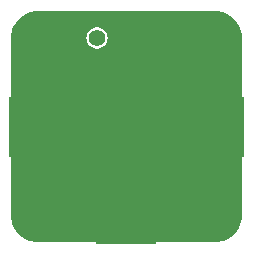
<source format=gbr>
%TF.GenerationSoftware,KiCad,Pcbnew,6.0.9+dfsg-1~bpo11+1*%
%TF.CreationDate,2022-11-11T15:11:50+01:00*%
%TF.ProjectId,012-prototype-board,3031322d-7072-46f7-946f-747970652d62,1*%
%TF.SameCoordinates,Original*%
%TF.FileFunction,Copper,L2,Bot*%
%TF.FilePolarity,Positive*%
%FSLAX46Y46*%
G04 Gerber Fmt 4.6, Leading zero omitted, Abs format (unit mm)*
G04 Created by KiCad (PCBNEW 6.0.9+dfsg-1~bpo11+1) date 2022-11-11 15:11:50*
%MOMM*%
%LPD*%
G01*
G04 APERTURE LIST*
%TA.AperFunction,ComponentPad*%
%ADD10C,0.800000*%
%TD*%
%TA.AperFunction,SMDPad,CuDef*%
%ADD11R,3.000000X5.200000*%
%TD*%
%TA.AperFunction,ComponentPad*%
%ADD12C,3.400000*%
%TD*%
%TA.AperFunction,ComponentPad*%
%ADD13C,1.400000*%
%TD*%
%TA.AperFunction,SMDPad,CuDef*%
%ADD14R,5.200000X3.000000*%
%TD*%
%TA.AperFunction,ViaPad*%
%ADD15C,0.800000*%
%TD*%
G04 APERTURE END LIST*
D10*
%TO.P,J2,2,Pin_2*%
%TO.N,GND*%
X168000000Y-83500000D03*
X168000000Y-86500000D03*
X169500000Y-86000000D03*
D11*
X168500000Y-85000000D03*
D10*
X167500000Y-86000000D03*
X169000000Y-86500000D03*
X169000000Y-83500000D03*
X169500000Y-84000000D03*
X168500000Y-84000000D03*
X168500000Y-86000000D03*
X167500000Y-84000000D03*
%TD*%
D12*
%TO.P,H1,1,1*%
%TO.N,GND*%
X152500000Y-77500000D03*
%TD*%
%TO.P,H2,1,1*%
%TO.N,GND*%
X152500000Y-92500000D03*
%TD*%
%TO.P,H4,1,1*%
%TO.N,GND*%
X167500000Y-77500000D03*
%TD*%
D13*
%TO.P,REF\u002A\u002A,1*%
%TO.N,N/C*%
X157500000Y-77500000D03*
%TD*%
D10*
%TO.P,J2,2,Pin_2*%
%TO.N,GND*%
X151000000Y-83500000D03*
X152000000Y-83500000D03*
X151500000Y-84000000D03*
X151500000Y-86000000D03*
X152000000Y-86500000D03*
X152500000Y-84000000D03*
X152500000Y-86000000D03*
D11*
X151500000Y-85000000D03*
D10*
X150500000Y-86000000D03*
X151000000Y-86500000D03*
X150500000Y-84000000D03*
%TD*%
D12*
%TO.P,H3,1,1*%
%TO.N,GND*%
X167500000Y-92500000D03*
%TD*%
D10*
%TO.P,J1,2,Pin_2*%
%TO.N,GND*%
X158500000Y-93000000D03*
X161500000Y-93000000D03*
X161000000Y-92500000D03*
X159000000Y-93500000D03*
X161000000Y-93500000D03*
D14*
X160000000Y-93500000D03*
D10*
X161000000Y-94500000D03*
X158500000Y-94000000D03*
X159000000Y-92500000D03*
X159000000Y-94500000D03*
X161500000Y-94000000D03*
%TD*%
D15*
%TO.N,GND*%
X157100000Y-86900000D03*
X157100000Y-83100000D03*
X162800000Y-83100000D03*
X162800000Y-86900000D03*
X160000000Y-79300000D03*
%TD*%
%TA.AperFunction,Conductor*%
%TO.N,GND*%
G36*
X167488169Y-75203018D02*
G01*
X167499641Y-75205656D01*
X167510517Y-75203195D01*
X167521664Y-75203214D01*
X167521664Y-75203243D01*
X167531772Y-75202422D01*
X167661986Y-75210298D01*
X167771204Y-75216905D01*
X167783056Y-75218344D01*
X168044422Y-75266241D01*
X168056015Y-75269098D01*
X168262244Y-75333361D01*
X168309695Y-75348148D01*
X168320873Y-75352387D01*
X168563170Y-75461436D01*
X168573756Y-75466992D01*
X168801142Y-75604452D01*
X168810980Y-75611243D01*
X169020132Y-75775103D01*
X169029081Y-75783030D01*
X169216970Y-75970919D01*
X169224897Y-75979868D01*
X169388757Y-76189020D01*
X169395548Y-76198858D01*
X169533008Y-76426244D01*
X169538564Y-76436830D01*
X169647613Y-76679127D01*
X169651852Y-76690305D01*
X169730900Y-76943977D01*
X169733759Y-76955578D01*
X169781655Y-77216936D01*
X169783095Y-77228796D01*
X169788113Y-77311744D01*
X169797547Y-77467712D01*
X169796724Y-77477628D01*
X169796862Y-77477628D01*
X169796842Y-77488776D01*
X169794344Y-77499641D01*
X169796804Y-77510513D01*
X169797059Y-77511638D01*
X169799500Y-77533488D01*
X169799500Y-92465983D01*
X169796982Y-92488169D01*
X169794344Y-92499641D01*
X169796805Y-92510517D01*
X169796786Y-92521664D01*
X169796757Y-92521664D01*
X169797578Y-92531772D01*
X169783096Y-92771197D01*
X169781656Y-92783056D01*
X169733761Y-93044415D01*
X169730900Y-93056023D01*
X169651852Y-93309695D01*
X169647613Y-93320873D01*
X169538564Y-93563170D01*
X169533008Y-93573756D01*
X169395548Y-93801142D01*
X169388757Y-93810980D01*
X169224897Y-94020132D01*
X169216970Y-94029081D01*
X169029081Y-94216970D01*
X169020132Y-94224897D01*
X168810980Y-94388757D01*
X168801142Y-94395548D01*
X168573756Y-94533008D01*
X168563170Y-94538564D01*
X168320873Y-94647613D01*
X168309695Y-94651852D01*
X168056015Y-94730902D01*
X168044422Y-94733759D01*
X167783056Y-94781656D01*
X167771204Y-94783095D01*
X167532288Y-94797547D01*
X167522372Y-94796724D01*
X167522372Y-94796862D01*
X167511224Y-94796842D01*
X167500359Y-94794344D01*
X167488359Y-94797059D01*
X167466512Y-94799500D01*
X152534017Y-94799500D01*
X152511831Y-94796982D01*
X152511801Y-94796975D01*
X152500359Y-94794344D01*
X152489483Y-94796805D01*
X152478336Y-94796786D01*
X152478336Y-94796757D01*
X152468228Y-94797578D01*
X152338014Y-94789702D01*
X152228796Y-94783095D01*
X152216944Y-94781656D01*
X151955578Y-94733759D01*
X151943985Y-94730902D01*
X151690305Y-94651852D01*
X151679127Y-94647613D01*
X151436830Y-94538564D01*
X151426244Y-94533008D01*
X151198858Y-94395548D01*
X151189020Y-94388757D01*
X150979868Y-94224897D01*
X150970919Y-94216970D01*
X150783030Y-94029081D01*
X150775103Y-94020132D01*
X150611243Y-93810980D01*
X150604452Y-93801142D01*
X150466992Y-93573756D01*
X150461436Y-93563170D01*
X150352387Y-93320873D01*
X150348148Y-93309695D01*
X150269100Y-93056023D01*
X150266239Y-93044415D01*
X150218344Y-92783056D01*
X150216904Y-92771197D01*
X150202469Y-92532548D01*
X150204207Y-92511810D01*
X150203747Y-92511757D01*
X150204389Y-92506179D01*
X150205655Y-92500718D01*
X150205656Y-92500000D01*
X150204412Y-92494545D01*
X150202980Y-92488266D01*
X150200500Y-92466248D01*
X150200500Y-77534281D01*
X150203057Y-77511926D01*
X150203141Y-77511565D01*
X150205655Y-77500718D01*
X150205656Y-77500000D01*
X156594540Y-77500000D01*
X156614326Y-77688256D01*
X156615927Y-77693183D01*
X156615928Y-77693188D01*
X156671219Y-77863354D01*
X156672821Y-77868284D01*
X156767467Y-78032216D01*
X156770939Y-78036072D01*
X156890659Y-78169035D01*
X156890663Y-78169038D01*
X156894129Y-78172888D01*
X157047270Y-78284151D01*
X157052002Y-78286258D01*
X157052004Y-78286259D01*
X157215460Y-78359035D01*
X157220197Y-78361144D01*
X157225267Y-78362222D01*
X157225268Y-78362222D01*
X157262610Y-78370159D01*
X157405354Y-78400500D01*
X157594646Y-78400500D01*
X157737390Y-78370159D01*
X157774732Y-78362222D01*
X157774733Y-78362222D01*
X157779803Y-78361144D01*
X157784540Y-78359035D01*
X157947996Y-78286259D01*
X157947998Y-78286258D01*
X157952730Y-78284151D01*
X158105871Y-78172888D01*
X158109337Y-78169038D01*
X158109341Y-78169035D01*
X158229061Y-78036072D01*
X158232533Y-78032216D01*
X158327179Y-77868284D01*
X158328781Y-77863354D01*
X158384072Y-77693188D01*
X158384073Y-77693183D01*
X158385674Y-77688256D01*
X158405460Y-77500000D01*
X158385674Y-77311744D01*
X158384073Y-77306817D01*
X158384072Y-77306812D01*
X158328781Y-77136646D01*
X158328780Y-77136645D01*
X158327179Y-77131716D01*
X158232533Y-76967784D01*
X158169821Y-76898135D01*
X158109341Y-76830965D01*
X158109337Y-76830962D01*
X158105871Y-76827112D01*
X157952730Y-76715849D01*
X157947998Y-76713742D01*
X157947996Y-76713741D01*
X157784540Y-76640965D01*
X157784539Y-76640965D01*
X157779803Y-76638856D01*
X157774733Y-76637778D01*
X157774732Y-76637778D01*
X157737390Y-76629841D01*
X157594646Y-76599500D01*
X157405354Y-76599500D01*
X157262610Y-76629841D01*
X157225268Y-76637778D01*
X157225267Y-76637778D01*
X157220197Y-76638856D01*
X157215461Y-76640965D01*
X157215460Y-76640965D01*
X157052004Y-76713741D01*
X157052002Y-76713742D01*
X157047270Y-76715849D01*
X156894129Y-76827112D01*
X156890663Y-76830962D01*
X156890659Y-76830965D01*
X156830179Y-76898135D01*
X156767467Y-76967784D01*
X156672821Y-77131716D01*
X156671220Y-77136645D01*
X156671219Y-77136646D01*
X156615928Y-77306812D01*
X156615927Y-77306817D01*
X156614326Y-77311744D01*
X156594540Y-77500000D01*
X150205656Y-77500000D01*
X150204413Y-77494549D01*
X150203791Y-77488995D01*
X150204159Y-77488954D01*
X150202438Y-77467973D01*
X150209909Y-77344459D01*
X150216905Y-77228797D01*
X150218345Y-77216936D01*
X150266241Y-76955578D01*
X150269100Y-76943977D01*
X150348148Y-76690305D01*
X150352387Y-76679127D01*
X150461436Y-76436830D01*
X150466992Y-76426244D01*
X150604452Y-76198858D01*
X150611243Y-76189020D01*
X150775103Y-75979868D01*
X150783030Y-75970919D01*
X150970919Y-75783030D01*
X150979868Y-75775103D01*
X151189020Y-75611243D01*
X151198858Y-75604452D01*
X151426244Y-75466992D01*
X151436830Y-75461436D01*
X151679127Y-75352387D01*
X151690305Y-75348148D01*
X151737756Y-75333361D01*
X151943985Y-75269098D01*
X151955578Y-75266241D01*
X152216944Y-75218344D01*
X152228796Y-75216905D01*
X152467712Y-75202453D01*
X152477628Y-75203276D01*
X152477628Y-75203138D01*
X152488776Y-75203158D01*
X152499641Y-75205656D01*
X152511641Y-75202941D01*
X152533488Y-75200500D01*
X167465983Y-75200500D01*
X167488169Y-75203018D01*
G37*
%TD.AperFunction*%
%TD*%
M02*

</source>
